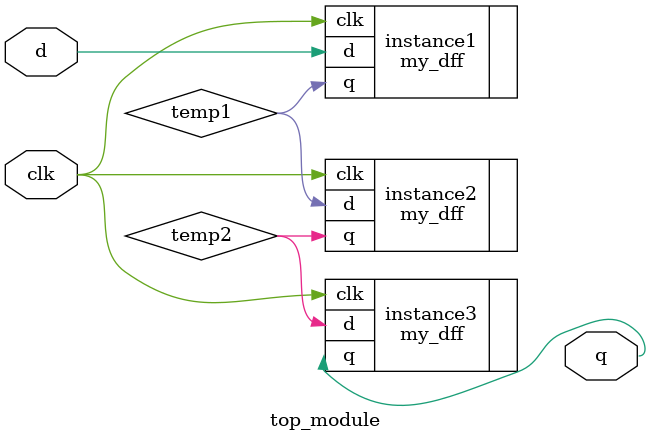
<source format=v>
module top_module ( input clk, input d, output q );
    wire temp1, temp2;
    my_dff instance1(.clk(clk), .d(d), .q(temp1));
    my_dff instance2(.clk(clk), .d(temp1), .q(temp2));
    my_dff instance3(.clk(clk), .d(temp2), .q(q));    
endmodule

</source>
